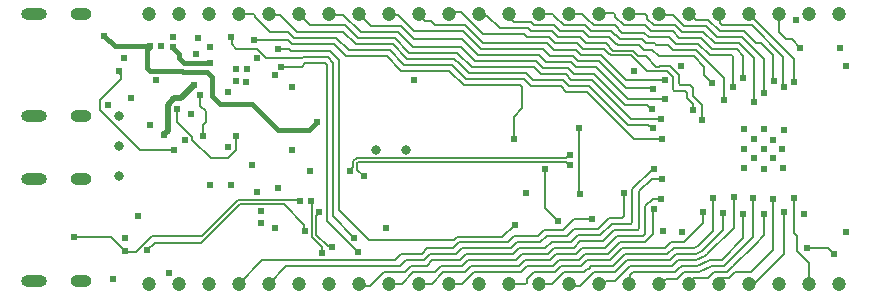
<source format=gbl>
G04*
G04 #@! TF.GenerationSoftware,Altium Limited,Altium Designer,24.7.2 (38)*
G04*
G04 Layer_Physical_Order=4*
G04 Layer_Color=16711680*
%FSLAX25Y25*%
%MOIN*%
G70*
G04*
G04 #@! TF.SameCoordinates,5553529B-7FC1-40E9-B1A8-37912BF81215*
G04*
G04*
G04 #@! TF.FilePolarity,Positive*
G04*
G01*
G75*
%ADD15C,0.00600*%
%ADD60O,0.08661X0.03937*%
%ADD61O,0.07087X0.03937*%
%ADD63C,0.01500*%
%ADD64C,0.02000*%
%ADD65C,0.00623*%
%ADD67C,0.00603*%
%ADD68C,0.04724*%
%ADD69C,0.03150*%
%ADD70C,0.02400*%
D15*
X35100Y75315D02*
X35823Y74593D01*
X28744Y66253D02*
X35823Y73331D01*
X35100Y75315D02*
Y75802D01*
X35823Y73331D02*
Y74593D01*
X63300Y58052D02*
X64092Y58843D01*
X63300Y54200D02*
Y58052D01*
X64092Y58843D02*
Y62508D01*
X62223Y64377D02*
X64092Y62508D01*
X59803Y52679D02*
X65682Y46800D01*
X71400D01*
X74300Y49700D02*
Y54400D01*
X71400Y46800D02*
X74300Y49700D01*
X118618Y19600D02*
X146875D01*
X147737Y20462D02*
X162830D01*
X146875Y19600D02*
X147737Y20462D01*
X108535Y29684D02*
X118618Y19600D01*
X162830Y20462D02*
X167068Y24700D01*
X195900Y81138D02*
X204259Y72779D01*
X217000D01*
X204087Y70122D02*
X212978D01*
X195072Y79138D02*
X204087Y70122D01*
X194243Y77138D02*
X204649Y66732D01*
X217032D01*
X203820Y64732D02*
X210989D01*
X193476Y75076D02*
X203820Y64732D01*
X195024Y70700D02*
X195024D01*
X205724Y60000D01*
X215700D01*
X191819Y71076D02*
X204896Y58000D01*
X211621D01*
X206667Y53400D02*
X216200D01*
X190991Y69076D02*
X206667Y53400D01*
X205802Y81150D02*
X211139Y75813D01*
X199302Y81150D02*
X205802D01*
X211139Y75813D02*
X215650D01*
X198952Y81500D02*
X199302Y81150D01*
X217718Y75879D02*
X219700Y73897D01*
X198386Y81500D02*
X198952D01*
X196748Y83138D02*
X198386Y81500D01*
X215716Y75879D02*
X217718D01*
X215650Y75813D02*
X215716Y75879D01*
X54514Y59022D02*
Y63186D01*
X58868Y54668D02*
X58868D01*
X59600Y52882D02*
X59600Y52882D01*
X58868Y54668D02*
X59600Y53935D01*
Y52900D02*
Y53935D01*
X54514Y59022D02*
X58868Y54668D01*
X59600Y52882D02*
Y52900D01*
X59600Y52882D02*
X59803Y52679D01*
X81100Y83300D02*
X84100Y80300D01*
X85600D01*
X256425Y70868D02*
X256693Y70600D01*
X200600Y93938D02*
X203400Y91138D01*
X210572D01*
X200051Y95263D02*
X200600Y94714D01*
X195000Y95000D02*
X195263Y95263D01*
X200600Y93938D02*
Y94714D01*
X195263Y95263D02*
X200051D01*
X185000Y95000D02*
X189614D01*
X190200Y94300D02*
Y94414D01*
X189614Y95000D02*
X190200Y94414D01*
X236700Y66400D02*
Y73696D01*
X197428Y89138D02*
X197526Y89236D01*
X199136D01*
X192534Y89138D02*
X197428D01*
X179714Y95000D02*
X180300Y94414D01*
Y94238D02*
Y94414D01*
X175000Y95000D02*
X179714D01*
X191705Y87138D02*
X198405D01*
X199965Y82750D02*
X206465D01*
X197577Y85138D02*
X199965Y82750D01*
X190877Y85138D02*
X197577D01*
X181334Y87138D02*
X188877D01*
X190877Y85138D01*
X229911Y25311D02*
Y28889D01*
X165186Y4814D02*
X170552D01*
X165000Y5000D02*
X165186Y4814D01*
X170552D02*
X171138Y5400D01*
X233200Y22600D02*
Y33500D01*
X236500Y23072D02*
Y28600D01*
X240000Y23743D02*
Y33800D01*
X189900Y83138D02*
X196748D01*
X187900Y85138D02*
X189900Y83138D01*
X180505Y85138D02*
X187900D01*
X145000Y95000D02*
X145538Y95538D01*
X253187Y72666D02*
X253323Y72530D01*
X225000Y5000D02*
X226862Y6862D01*
X245862Y8862D02*
X253300Y16300D01*
X235000Y5000D02*
Y6276D01*
X235586Y6862D02*
X238519Y6862D01*
X253300Y16300D02*
Y33300D01*
X200538Y6000D02*
X205400Y10862D01*
X195713Y5713D02*
X197161D01*
X197448Y6000D02*
X200538D01*
X197161Y5713D02*
X197448Y6000D01*
X195000Y5000D02*
X195713Y5713D01*
X205400Y10862D02*
X219534D01*
X204572Y12862D02*
X218705D01*
X193400Y8862D02*
X200572D01*
X185700Y4300D02*
X188838D01*
X180900Y14862D02*
X187505D01*
X170434Y12862D02*
X178900D01*
X167428Y10862D02*
X167517Y10774D01*
X168345D02*
X170434Y12862D01*
X167517Y10774D02*
X168345D01*
X139373Y5000D02*
X143235Y8862D01*
X135000Y5000D02*
X139373D01*
X129373D02*
X133235Y8862D01*
X125000Y5000D02*
X129373D01*
X169605Y14862D02*
X178072D01*
X167605Y12862D02*
X169605Y14862D01*
X178072D02*
X180152Y16943D01*
X186757D01*
X188960Y19145D02*
X196455D01*
X186757Y16943D02*
X188960Y19145D01*
X196455D02*
X200171Y22862D01*
X208019D01*
X212642Y39961D02*
X216039D01*
X208605Y35923D02*
X212642Y39961D01*
X208605Y23448D02*
Y35923D01*
X208019Y22862D02*
X208605Y23448D01*
X168600Y16862D02*
X177243D01*
X179324Y18943D01*
X185929D01*
X199343Y24862D02*
X205714D01*
X188132Y21145D02*
X195626D01*
X206300Y36447D02*
X213253Y43400D01*
X185929Y18943D02*
X188132Y21145D01*
X205714Y24862D02*
X206300Y25448D01*
X195626Y21145D02*
X199343Y24862D01*
X206300Y25448D02*
Y36447D01*
X213253Y43400D02*
X213500D01*
X133235Y8862D02*
X140407D01*
X142406Y10862D01*
X115000Y5000D02*
X115700Y4300D01*
X118838D02*
X123400Y8862D01*
X115700Y4300D02*
X118838D01*
X151496Y12862D02*
X167605D01*
X152324Y10862D02*
X167428D01*
X143235Y8862D02*
X150324D01*
X152324Y10862D01*
X149496D02*
X151496Y12862D01*
X142406Y10862D02*
X149496D01*
X123400Y8862D02*
X130406D01*
X166600Y14862D02*
X168600Y16862D01*
X150667Y14862D02*
X166600D01*
X148667Y12862D02*
X150667Y14862D01*
X137700Y11000D02*
X139562Y12862D01*
X132544Y11000D02*
X137700D01*
X130406Y8862D02*
X132544Y11000D01*
X139562Y12862D02*
X148667D01*
X171262Y10862D02*
X179743D01*
X169174Y8774D02*
X171262Y10862D01*
X166688Y8774D02*
X169174D01*
X166600Y8862D02*
X166688Y8774D01*
X153400Y8862D02*
X166600D01*
X149538Y5000D02*
X153400Y8862D01*
X194798Y23145D02*
X198515Y26862D01*
X202814D01*
X203400Y27448D01*
Y35400D01*
X186803Y23145D02*
X194798D01*
X184600Y20943D02*
X186803Y23145D01*
X175600Y18862D02*
X177680Y20943D01*
X184600D01*
X165772Y16862D02*
X167772Y18862D01*
X175600D01*
X147400Y14862D02*
X149400Y16862D01*
X165772D01*
X136872Y13000D02*
X138734Y14862D01*
X147400D01*
X128800Y10862D02*
X130938Y13000D01*
X136872D01*
X90862Y10862D02*
X128800D01*
X85000Y5000D02*
X90862Y10862D01*
X186775Y26575D02*
X192908D01*
X183143Y22943D02*
X186775Y26575D01*
X176852Y22943D02*
X183143D01*
X174772Y20862D02*
X176852Y22943D01*
X164943Y18862D02*
X166943Y20862D01*
X174772D01*
X148400Y18862D02*
X164943D01*
X146400Y16862D02*
X148400Y18862D01*
X136043Y15000D02*
X137905Y16862D01*
X146400D01*
X127100Y12862D02*
X129238Y15000D01*
X136043D01*
X75000Y5000D02*
X82862Y12862D01*
X127100D01*
X189072Y81138D02*
X195900D01*
X187405Y82805D02*
X189072Y81138D01*
X177677Y85138D02*
X180010Y82805D01*
X187405D01*
X156562Y85138D02*
X177677D01*
X172572Y89138D02*
X179334D01*
X181334Y87138D01*
X212978Y70122D02*
X213021Y70079D01*
X188243Y79138D02*
X195072D01*
X186576Y80805D02*
X188243Y79138D01*
X178833Y80805D02*
X186576D01*
X176500Y83138D02*
X178833Y80805D01*
X155734Y83138D02*
X176500D01*
X125000Y95000D02*
X125367Y94633D01*
X139048Y92552D02*
X140462Y91138D01*
X150562D02*
X156562Y85138D01*
X135000Y94737D02*
X137186Y92552D01*
X187415Y77138D02*
X194243D01*
X185776Y78776D02*
X187415Y77138D01*
X177462Y78776D02*
X185776D01*
X175100Y81138D02*
X177462Y78776D01*
X154905Y81138D02*
X175100D01*
X184948Y76776D02*
X186648Y75076D01*
X176633Y76776D02*
X184948D01*
X210989Y64732D02*
X212421Y63300D01*
X186648Y75076D02*
X193476D01*
X212421Y63300D02*
X212800D01*
X174272Y79138D02*
X176633Y76776D01*
X153934Y79138D02*
X174272D01*
X149000Y84072D02*
X153934Y79138D01*
X128272Y88800D02*
X133000Y84072D01*
X149000D01*
X109900Y94638D02*
X115738Y88800D01*
X128272D01*
X105286Y94714D02*
X109900D01*
X105000Y95000D02*
X105286Y94714D01*
X109900Y94638D02*
Y94714D01*
X173443Y77138D02*
X175805Y74776D01*
X147800Y82072D02*
X152734Y77138D01*
X173443D01*
X131928Y82072D02*
X147800D01*
X127200Y86800D02*
X131928Y82072D01*
X114910Y86800D02*
X127200D01*
X95000Y95000D02*
X98862Y91138D01*
X211621Y58000D02*
X212721Y56900D01*
X213100D01*
X183291Y72776D02*
X184991Y71076D01*
X191819D01*
X173261Y72776D02*
X183291D01*
X170900Y75138D02*
X173261Y72776D01*
X151905Y75138D02*
X170900D01*
X114081Y84800D02*
X126372D01*
X109891Y88991D02*
X114081Y84800D01*
X85439Y94561D02*
X88862D01*
X85000Y95000D02*
X85439Y94561D01*
X184100Y69076D02*
X190991D01*
X182400Y70776D02*
X184100Y69076D01*
X172433Y70776D02*
X182400D01*
X170105Y73105D02*
X172433Y70776D01*
X146000Y78072D02*
X150967Y73105D01*
X170105D01*
X125543Y82800D02*
X130272Y78072D01*
X146000D01*
X111691Y82800D02*
X125543D01*
X107500Y86991D02*
X111691Y82800D01*
X93604Y86991D02*
X107500D01*
X85438Y89100D02*
X91494D01*
X75100Y95100D02*
X79914D01*
X75000Y95000D02*
X75100Y95100D01*
X80500Y94038D02*
Y94514D01*
X79914Y95100D02*
X80500Y94514D01*
X88862Y94561D02*
X94432Y88991D01*
X109891D01*
X98862Y91138D02*
X110572D01*
X114910Y86800D01*
X149734Y89138D02*
X155734Y83138D01*
X133591Y89138D02*
X149734D01*
X178505Y87138D02*
X180505Y85138D01*
X171162Y87138D02*
X178505D01*
X145538Y95538D02*
X149000D01*
X170100Y88200D02*
X171162Y87138D01*
X149000Y95538D02*
X156338Y88200D01*
X170100D01*
X157831Y94369D02*
X162000Y90200D01*
X155631Y94369D02*
X157831D01*
X155000Y95000D02*
X155631Y94369D01*
X171510Y90200D02*
X172572Y89138D01*
X162000Y90200D02*
X171510D01*
X165000Y94034D02*
Y95000D01*
Y94034D02*
X166833Y92200D01*
X172338D01*
X173400Y91138D02*
X180162D01*
X172338Y92200D02*
X173400Y91138D01*
X180162D02*
X182162Y89138D01*
X189705D02*
X191705Y87138D01*
X182162Y89138D02*
X189705D01*
X235414Y91952D02*
Y94586D01*
X235000Y95000D02*
X235414Y94586D01*
X219845Y82926D02*
X227469D01*
X236700Y73696D01*
X218072Y84700D02*
X219845Y82926D01*
X213743Y85138D02*
X214181Y84700D01*
X209303Y86750D02*
X210915Y85138D01*
X200428Y87944D02*
X200937D01*
X202131Y86750D01*
X199136Y89236D02*
X200428Y87944D01*
X202131Y86750D02*
X209303D01*
X214181Y84700D02*
X218072D01*
X210915Y85138D02*
X213743D01*
X206465Y82750D02*
X208288Y80926D01*
X210645D01*
X236229Y91138D02*
X246034D01*
X256425Y80747D01*
X106400Y27631D02*
X113600Y20431D01*
X42152Y49500D02*
X53400D01*
X255000Y88937D02*
Y95000D01*
Y88937D02*
X257454Y86483D01*
X201303Y84750D02*
X208474D01*
X200643Y84900D02*
X201153D01*
X208474Y84750D02*
X210124Y83100D01*
X198405Y87138D02*
X200643Y84900D01*
X201153D02*
X201303Y84750D01*
X169400Y63449D02*
Y70519D01*
X166700Y53300D02*
Y60749D01*
X169400Y63449D01*
X257454Y86483D02*
X259310D01*
X262032Y83761D01*
X28744Y62908D02*
X42152Y49500D01*
X80000Y86274D02*
X91492D01*
X92775Y84991D01*
X74287Y83300D02*
X81100D01*
X72768Y84819D02*
Y87132D01*
Y84819D02*
X74287Y83300D01*
X72500Y87400D02*
X72768Y87132D01*
X212953Y83100D02*
X215126Y80926D01*
X210124Y83100D02*
X212953D01*
X192648Y73076D02*
X195024Y70700D01*
X175805Y74776D02*
X184119D01*
X185819Y73076D02*
X192648D01*
X184119Y74776D02*
X185819Y73076D01*
X256425Y70868D02*
Y80747D01*
X215126Y80926D02*
X226641D01*
X219700Y69786D02*
X220286Y69200D01*
X219700Y69786D02*
Y73897D01*
X210645Y80926D02*
X214159Y77413D01*
X214987D01*
X215053Y77479D02*
X218947D01*
X214987Y77413D02*
X215053Y77479D01*
X221700Y71786D02*
Y74726D01*
X218947Y77479D02*
X221700Y74726D01*
Y71786D02*
X222286Y71200D01*
X223914Y69200D02*
X224500Y68614D01*
Y66900D02*
Y68614D01*
Y66900D02*
X226491Y64909D01*
Y63109D02*
Y64909D01*
Y63109D02*
X226500Y63100D01*
X220286Y69200D02*
X223914D01*
X225571Y71200D02*
X226500Y70271D01*
Y67728D02*
Y70271D01*
X222286Y71200D02*
X225571D01*
X228491Y65509D02*
Y65738D01*
Y65509D02*
X229500Y64500D01*
X226500Y67728D02*
X228491Y65738D01*
X229500Y59700D02*
Y64500D01*
X226641Y80926D02*
X230144Y77424D01*
Y74556D02*
X232900Y71800D01*
X230144Y74556D02*
Y77424D01*
X62223Y64377D02*
Y67843D01*
X28744Y62908D02*
Y66253D01*
X185000Y5000D02*
X185700Y4300D01*
X200572Y8862D02*
X204572Y12862D01*
X188838Y4300D02*
X193400Y8862D01*
X192572Y10862D02*
X199743D01*
X191810Y10100D02*
X192572Y10862D01*
X199743D02*
X203743Y14862D01*
X191228Y10100D02*
X191810D01*
X179538Y5000D02*
X183400Y8862D01*
X175000Y5000D02*
X179538D01*
X171138Y5400D02*
Y6600D01*
X198915Y12862D02*
X202915Y16862D01*
X191162Y12862D02*
X198915D01*
X182572Y10862D02*
X189162D01*
X191162Y12862D01*
X171138Y6600D02*
X173400Y8862D01*
X180572D02*
X182572Y10862D01*
X173400Y8862D02*
X180572D01*
X222410Y10700D02*
X222572Y10862D01*
X206562Y8862D02*
X220362D01*
X222200Y10700D01*
X215848Y5000D02*
X217448Y6600D01*
X215000Y5000D02*
X215848D01*
X238519Y6862D02*
X240546Y8862D01*
X245862D01*
X235000Y6276D02*
X235586Y6862D01*
X247513Y5713D02*
X256800Y15000D01*
X245713Y5713D02*
X247513D01*
X256800Y15000D02*
Y29000D01*
X245000Y5000D02*
X245713Y5713D01*
X260100Y21900D02*
Y33600D01*
X213200Y21462D02*
Y29700D01*
X213400Y29900D01*
X210600Y18862D02*
X213200Y21462D01*
X202086Y18862D02*
X210600D01*
X198087Y14862D02*
X202086Y18862D01*
X190334Y14862D02*
X198087D01*
X188334Y12862D02*
X190334Y14862D01*
X181743Y12862D02*
X188334D01*
X179743Y10862D02*
X181743Y12862D01*
X145000Y5000D02*
X149538D01*
X212982Y33300D02*
X215800D01*
X210605Y30923D02*
X212982Y33300D01*
X210605Y21695D02*
Y30923D01*
X209772Y20862D02*
X210605Y21695D01*
X197000Y16862D02*
X201000Y20862D01*
X209772D01*
X189505Y16862D02*
X197000D01*
X187505Y14862D02*
X189505Y16862D01*
X178900Y12862D02*
X180900Y14862D01*
X221138Y6600D02*
X223400Y8862D01*
X259991Y72509D02*
Y80009D01*
X245000Y95000D02*
X259991Y80009D01*
X253187Y72666D02*
Y81156D01*
X250000Y68700D02*
Y79800D01*
X215000Y95000D02*
X215414Y94586D01*
X219952D02*
X223612Y90926D01*
X215414Y94586D02*
X219952D01*
X223612Y90926D02*
X230783D01*
X224774Y88927D02*
X224774Y88926D01*
X211138Y93400D02*
Y94414D01*
X224774Y88926D02*
X229955D01*
X210552Y95000D02*
X211138Y94414D01*
X205000Y95000D02*
X210552D01*
X241834Y85138D02*
X246700Y80272D01*
Y65600D02*
Y80272D01*
X222783Y88927D02*
X224774D01*
X212572Y89138D02*
X219743D01*
X210572Y91138D02*
X212572Y89138D01*
X223873Y86927D02*
X223874Y86926D01*
X221955Y86927D02*
X223873D01*
X219743Y89138D02*
X221955Y86927D01*
X243300Y73500D02*
Y80843D01*
X223874Y86926D02*
X229126D01*
X232915Y83138D02*
X241005D01*
X243300Y80843D01*
X229126Y86926D02*
X232915Y83138D01*
X220572Y91138D02*
X222783Y88927D01*
X211138Y93400D02*
X213400Y91138D01*
X220572D01*
X202960Y88750D02*
X210131D01*
X191200Y93300D02*
X191238D01*
X196600Y91138D02*
X196698Y91236D01*
X193400Y91138D02*
X196600D01*
X191238Y93300D02*
X193400Y91138D01*
X190200Y94300D02*
X191200Y93300D01*
X200572Y91138D02*
X202960Y88750D01*
X196698Y91236D02*
X200474D01*
X200572Y91138D01*
X200572D01*
X210131Y88750D02*
X211743Y87138D01*
X218462D01*
X220674Y84926D01*
X223045D01*
X232086Y81138D02*
X239314D01*
X223045Y84926D02*
X223045Y84926D01*
X228298D02*
X232086Y81138D01*
X223045Y84926D02*
X228298D01*
X239900Y70600D02*
Y80552D01*
X239314Y81138D02*
X239900Y80552D01*
X229955Y88926D02*
X233743Y85138D01*
X241834D01*
X230783Y90926D02*
X234572Y87138D01*
X242662D01*
X250000Y79800D01*
X243491Y89138D02*
X247491Y85138D01*
X249205D01*
X227448Y92926D02*
X231612D01*
X235400Y89138D02*
X243491D01*
X225000Y95000D02*
X225374D01*
X227448Y92926D01*
X231612D02*
X235400Y89138D01*
X249205Y85138D02*
X253187Y81156D01*
X235414Y91952D02*
X236229Y91138D01*
X119200Y90800D02*
X129100D01*
X133400Y86500D01*
X149543D01*
X154905Y81138D01*
X234757Y8862D02*
X234757Y8862D01*
X250200Y21200D02*
X250200Y28300D01*
X247021Y18021D02*
X250200Y21200D01*
X236034Y12862D02*
X243300Y20128D01*
Y28300D01*
X231947Y12862D02*
X236034D01*
X205000Y5000D02*
X205581Y5581D01*
Y7881D01*
X231625Y12540D02*
X231947Y12862D01*
X205581Y7881D02*
X206562Y8862D01*
X222200Y10700D02*
X222410D01*
X222572Y10862D02*
X227838D01*
X231625Y12540D01*
X230474Y14218D02*
X231125Y14868D01*
X219534Y10862D02*
X221572Y12900D01*
X227500D02*
X230474Y14218D01*
X221572Y12900D02*
X227500D01*
X231125Y14868D02*
X240000Y23743D01*
X226600Y15000D02*
X226600Y15000D01*
X230303Y16874D02*
X236500Y23072D01*
X226600Y15000D02*
X227303D01*
X229324Y15895D01*
X220843Y15000D02*
X226600D01*
X229324Y15895D02*
X230303Y16874D01*
X218705Y12862D02*
X220843Y15000D01*
X203743Y14862D02*
X217877D01*
X220015Y17000D01*
X225771D01*
X225772Y17000D01*
X229481Y18881D02*
X233200Y22600D01*
X225772Y17000D02*
X226879D01*
X228173Y17573D01*
X229481Y18881D01*
X223600Y19000D02*
X229911Y25311D01*
X217049Y16862D02*
X219186Y19000D01*
X202915Y16862D02*
X217049D01*
X219186Y19000D02*
X223600D01*
X236862Y10862D02*
X246500Y20500D01*
X217448Y6600D02*
X221138D01*
X246500Y20500D02*
Y33700D01*
X232776Y10862D02*
X236862D01*
X228049Y8862D02*
X228261Y8862D01*
X228454Y8948D01*
X232776Y10862D01*
X223400Y8862D02*
X228049D01*
X190534Y91138D02*
X192534Y89138D01*
X180300Y94238D02*
X183400Y91138D01*
X190534D01*
X259991Y72509D02*
X260100Y72400D01*
X92775Y84991D02*
X106672D01*
X110862Y80800D01*
X104400Y25812D02*
Y77914D01*
X103814Y78500D02*
X104400Y77914D01*
Y25812D02*
X114650Y15562D01*
X89165Y77375D02*
X96116D01*
X97242Y78500D01*
X103814D01*
X104643Y80500D02*
X106400Y78743D01*
X96214Y80300D02*
X96413Y80500D01*
X104643D01*
X145172Y76072D02*
X150138Y71105D01*
X129228Y76072D02*
X145172D01*
X124500Y80800D02*
X129228Y76072D01*
X110862Y80800D02*
X124500D01*
X168814Y71105D02*
X169400Y70519D01*
X150138Y71105D02*
X168814D01*
X108535Y29684D02*
Y79436D01*
X260100Y21900D02*
X261200Y20800D01*
X265000Y5000D02*
Y12100D01*
X261200Y15900D02*
Y20800D01*
Y15900D02*
X265000Y12100D01*
X271495Y16900D02*
X273383Y15012D01*
X264500Y16900D02*
X271495D01*
X273383Y15012D02*
X273425D01*
X188535Y35065D02*
Y56805D01*
X188370Y56970D02*
X188535Y56805D01*
Y35065D02*
X188700Y34900D01*
X177263Y30137D02*
X181500Y25900D01*
X177263Y30137D02*
Y43263D01*
X131100Y80072D02*
X146828D01*
X148843Y78200D02*
X151905Y75138D01*
X126372Y84800D02*
X131100Y80072D01*
X146828D02*
X148700Y78200D01*
X148843D01*
X115000Y95000D02*
X119200Y90800D01*
X137186Y92552D02*
X139048D01*
X91647Y83291D02*
X92437Y82500D01*
X80500Y94038D02*
X85438Y89100D01*
X239871Y11003D02*
X247021Y18021D01*
X234757Y8862D02*
X237691D01*
X226862Y6862D02*
X231400D01*
X237691Y8862D02*
X239548Y10719D01*
X128095Y94633D02*
X133591Y89138D01*
X125367Y94633D02*
X128095D01*
X105471Y82500D02*
X108535Y79436D01*
X135000Y94737D02*
Y95000D01*
X140462Y91138D02*
X150562D01*
X88291Y83291D02*
X91647D01*
X106400Y27631D02*
Y78743D01*
X231400Y6862D02*
X233400Y8862D01*
X239548Y10719D02*
X239871Y11003D01*
X233400Y8862D02*
X234757D01*
X91494Y89100D02*
X93604Y86991D01*
X85600Y80300D02*
X96214D01*
X92437Y82500D02*
X105471D01*
X183400Y8862D02*
X189991D01*
X191228Y10100D01*
D60*
X6713Y60945D02*
D03*
Y94803D02*
D03*
Y39803D02*
D03*
Y5945D02*
D03*
D61*
X22500Y60945D02*
D03*
X22500Y95000D02*
D03*
Y40000D02*
D03*
X22500Y5945D02*
D03*
D63*
X79600Y64900D02*
X88300Y56200D01*
X98500D02*
X101100Y58800D01*
X88300Y56200D02*
X98500D01*
X44600Y76979D02*
X45479Y76100D01*
X55765D01*
X44600Y76979D02*
Y83056D01*
X45500Y83956D02*
Y84200D01*
X44600Y83056D02*
X45500Y83956D01*
X33700Y84200D02*
X45500D01*
X265000Y95000D02*
X265111Y94889D01*
X55765Y76100D02*
X55987D01*
X56437Y75650D01*
X55765Y76100D02*
X55765Y76100D01*
X56437Y75650D02*
X64450D01*
X30300Y87600D02*
X33700Y84200D01*
X55276Y80124D02*
X56800Y78600D01*
X53180Y83723D02*
Y83966D01*
Y83723D02*
X55276Y81626D01*
Y80124D02*
Y81626D01*
X56800Y78600D02*
X65400D01*
X66172Y67628D02*
Y73928D01*
X64450Y75650D02*
X66172Y73928D01*
Y67628D02*
X68900Y64900D01*
X79600D01*
X130821Y49721D02*
X131137Y50037D01*
D64*
X51314Y55922D02*
Y64511D01*
X50200Y54700D02*
Y54808D01*
X51314Y55922D01*
Y64511D02*
X53574Y66772D01*
X55872D01*
X60300Y71200D01*
D65*
X75419Y31677D02*
X89998D01*
X62342Y18600D02*
X75419Y31677D01*
X89998D02*
X96933Y24742D01*
X62729Y21000D02*
X74829Y33100D01*
X95019Y32516D02*
X95500D01*
X74829Y33100D02*
X94435D01*
X95019Y32516D01*
X47056Y18600D02*
X62342D01*
X44578Y16122D02*
X47056Y18600D01*
X40788Y15600D02*
X46188Y21000D01*
X62729D01*
X32400Y20500D02*
X37100Y15800D01*
X20000Y20500D02*
X32400D01*
X37200Y15600D02*
X40788D01*
X96933Y22674D02*
Y24742D01*
Y22674D02*
X97000Y22607D01*
D67*
X114361Y47045D02*
X179236D01*
X178655Y45642D02*
X178809Y45487D01*
X114942Y45642D02*
X178655D01*
X179236Y47045D02*
X179391Y46891D01*
X178809Y45487D02*
X184248D01*
X179391Y46891D02*
X184222D01*
X184248Y45487D02*
X185136Y44600D01*
X185500D01*
X184222Y46891D02*
X185131Y47800D01*
X185474D01*
X114584Y45284D02*
X114942Y45642D01*
X113181Y43852D02*
Y45865D01*
X114361Y47045D01*
X102960Y15523D02*
Y17249D01*
X99498Y20711D02*
X102960Y17249D01*
X106086Y17525D02*
X106263Y17349D01*
X104669Y17525D02*
X106086D01*
X100901Y21293D02*
X104669Y17525D01*
X102800Y15362D02*
X102960Y15523D01*
X99498Y20711D02*
Y32217D01*
X99200Y32516D02*
X99498Y32217D01*
X101800Y28647D02*
Y29000D01*
X100901Y21293D02*
Y27748D01*
X101800Y28647D01*
X112100Y42600D02*
Y42771D01*
X113181Y43852D01*
X116836Y40800D02*
X116900D01*
X114584Y43052D02*
Y45284D01*
Y43052D02*
X116836Y40800D01*
D68*
X45000Y5000D02*
D03*
X55000D02*
D03*
X65000D02*
D03*
X75000D02*
D03*
X85000D02*
D03*
X95000D02*
D03*
X105000D02*
D03*
X115000D02*
D03*
X125000D02*
D03*
X135000D02*
D03*
X145000D02*
D03*
X155000D02*
D03*
X165000D02*
D03*
X175000D02*
D03*
X185000D02*
D03*
X195000D02*
D03*
X205000D02*
D03*
X215000D02*
D03*
X225000D02*
D03*
X235000D02*
D03*
X245000D02*
D03*
X255000D02*
D03*
X265000D02*
D03*
X275000D02*
D03*
Y95000D02*
D03*
X265000D02*
D03*
X255000D02*
D03*
X245000D02*
D03*
X235000D02*
D03*
X225000D02*
D03*
X215000D02*
D03*
X205000D02*
D03*
X195000D02*
D03*
X185000D02*
D03*
X175000D02*
D03*
X165000D02*
D03*
X155000D02*
D03*
X145000D02*
D03*
X135000D02*
D03*
X125000D02*
D03*
X115000D02*
D03*
X105000D02*
D03*
X95000D02*
D03*
X85000D02*
D03*
X75000D02*
D03*
X65000D02*
D03*
X55000D02*
D03*
X45000D02*
D03*
D69*
X130821Y49721D02*
D03*
X120821D02*
D03*
X35000Y41000D02*
D03*
Y51000D02*
D03*
Y61000D02*
D03*
D70*
X20000Y20500D02*
D03*
X63300Y54200D02*
D03*
X71532Y50468D02*
D03*
X45520Y57980D02*
D03*
X124000Y23700D02*
D03*
X206800Y75800D02*
D03*
X65400Y38100D02*
D03*
X88100Y37000D02*
D03*
X92821Y49721D02*
D03*
X101100Y58800D02*
D03*
X79500Y44700D02*
D03*
X72600Y37800D02*
D03*
X47550Y73020D02*
D03*
X59200Y61700D02*
D03*
X81042Y80388D02*
D03*
X77700Y76500D02*
D03*
X71617Y68880D02*
D03*
X61400Y87100D02*
D03*
X60800Y81550D02*
D03*
X82400Y25300D02*
D03*
X82500Y29200D02*
D03*
X81300Y35600D02*
D03*
X88291Y83291D02*
D03*
X185500Y44600D02*
D03*
X185474Y47800D02*
D03*
X260800Y93100D02*
D03*
X222622Y77622D02*
D03*
X92700Y70600D02*
D03*
X232900Y71800D02*
D03*
X87000Y23700D02*
D03*
X51700Y8600D02*
D03*
X133400Y73000D02*
D03*
X216600Y22700D02*
D03*
X256496Y43504D02*
D03*
X243504D02*
D03*
Y50000D02*
D03*
Y56496D02*
D03*
X253200Y46900D02*
D03*
X246900Y46800D02*
D03*
X253300Y53100D02*
D03*
X246800Y53200D02*
D03*
X262032Y83761D02*
D03*
X277559Y77559D02*
D03*
X166700Y53300D02*
D03*
X54514Y63186D02*
D03*
X53400Y49500D02*
D03*
X113600Y20431D02*
D03*
X275363Y83463D02*
D03*
X106263Y17349D02*
D03*
X72500Y87400D02*
D03*
X45500Y84200D02*
D03*
X53180Y83966D02*
D03*
X49002Y84198D02*
D03*
X53246Y87366D02*
D03*
X65537Y83984D02*
D03*
X80000Y86274D02*
D03*
X57100Y52900D02*
D03*
X50200Y54700D02*
D03*
X60300Y71200D02*
D03*
X36700Y80300D02*
D03*
X39100Y67100D02*
D03*
X65400Y78600D02*
D03*
X37200Y20300D02*
D03*
X41320Y27663D02*
D03*
X44578Y16122D02*
D03*
X37100Y15800D02*
D03*
X33100Y6500D02*
D03*
X102800Y15362D02*
D03*
X101800Y29000D02*
D03*
X99200Y32516D02*
D03*
X95500Y32516D02*
D03*
X97000Y22607D02*
D03*
X112100Y42600D02*
D03*
X116900Y40800D02*
D03*
X35100Y75802D02*
D03*
X62223Y67843D02*
D03*
X30300Y87600D02*
D03*
X31444Y64556D02*
D03*
X74300Y54400D02*
D03*
X98800Y42600D02*
D03*
X222700Y22400D02*
D03*
X229500Y59700D02*
D03*
X226500Y63100D02*
D03*
X217000Y72779D02*
D03*
X277600Y22300D02*
D03*
X250100Y50000D02*
D03*
Y43300D02*
D03*
X256300Y49800D02*
D03*
X256700Y56300D02*
D03*
X250200Y56500D02*
D03*
X74000Y72600D02*
D03*
Y76500D02*
D03*
X77500Y72400D02*
D03*
X181500Y25900D02*
D03*
X177263Y43263D02*
D03*
X170800Y35400D02*
D03*
X188700Y34900D02*
D03*
X188370Y56970D02*
D03*
X264500Y16900D02*
D03*
X273425Y15012D02*
D03*
X167068Y24700D02*
D03*
X89165Y77375D02*
D03*
X87200Y74600D02*
D03*
X114650Y15562D02*
D03*
X192908Y26575D02*
D03*
X203400Y35400D02*
D03*
X217032Y66732D02*
D03*
X215700Y60000D02*
D03*
X216200Y53400D02*
D03*
X213400Y29900D02*
D03*
X213500Y43400D02*
D03*
X216039Y39961D02*
D03*
X215800Y33300D02*
D03*
X213100Y56900D02*
D03*
X212800Y63300D02*
D03*
X213021Y70079D02*
D03*
X263500Y28400D02*
D03*
X260100Y33600D02*
D03*
X256800Y29000D02*
D03*
X253300Y33300D02*
D03*
X250200Y28300D02*
D03*
X246500Y33700D02*
D03*
X243300Y28300D02*
D03*
X240000Y33800D02*
D03*
X236500Y28600D02*
D03*
X233200Y33500D02*
D03*
X229911Y28889D02*
D03*
X236700Y66400D02*
D03*
X239900Y70600D02*
D03*
X243300Y73500D02*
D03*
X246700Y65600D02*
D03*
X250000Y68700D02*
D03*
X253323Y72530D02*
D03*
X256693Y70600D02*
D03*
X260100Y72400D02*
D03*
M02*

</source>
